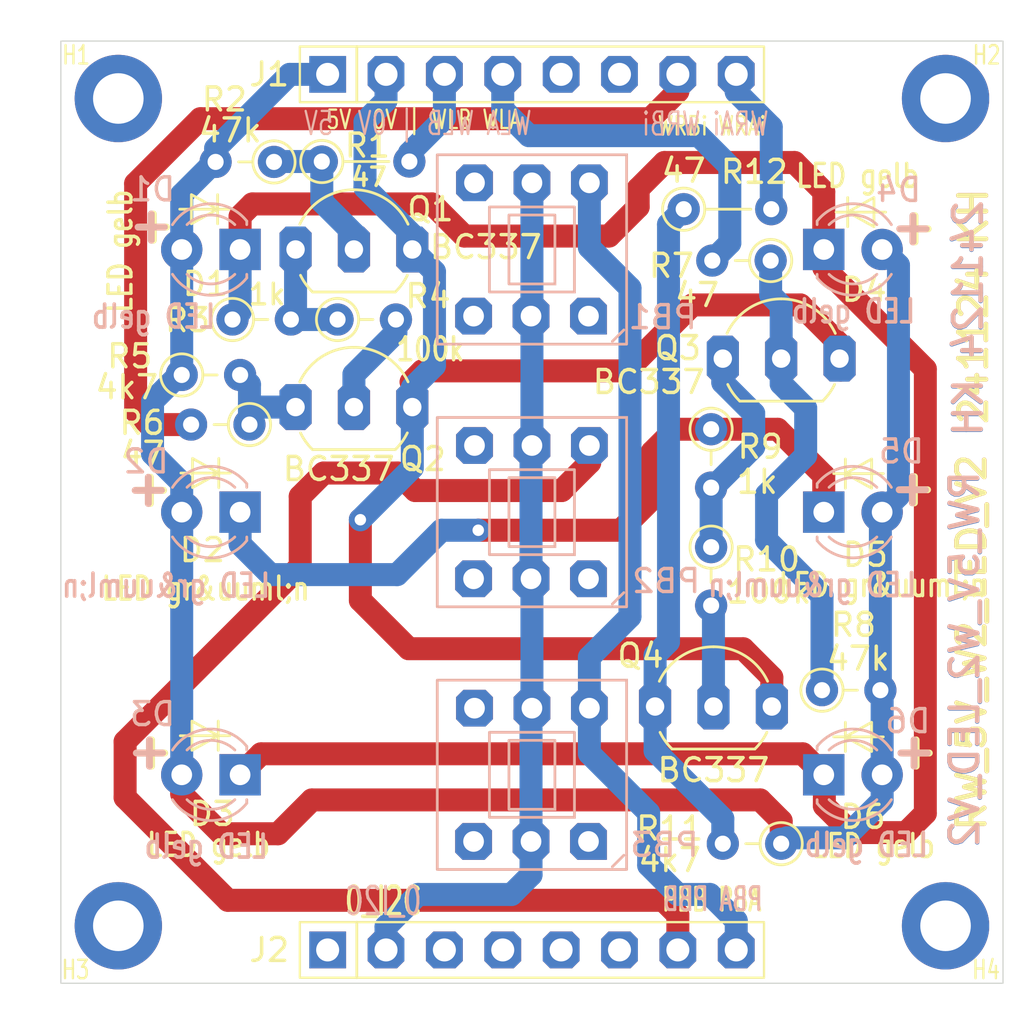
<source format=kicad_pcb>
(kicad_pcb (version 20240108) (generator "pcbnew") (generator_version "8.0")
  (layers (0 "F.Cu" signal) (31 "B.Cu" signal) (34 "B.Paste" user) (35 "F.Paste" user) (36 "B.SilkS" user "B.Silkscreen") (37 "F.SilkS" user "F.Silkscreen") (38 "B.Mask" user) (39 "F.Mask" user) (44 "Edge.Cuts" user))
  (net 0 "")
  (net 1 "Net-(D1-K)")
  (net 2 "/+5V")
  (net 3 "Net-(D2-K)")
  (net 5 "/WRBi")
  (net 6 "/WLA")
  (net 7 "/WRAi")
  (net 9 "/0V")
  (net 10 "/WLB")
  (net 14 "/PBA")
  (net 17 "/0_I2C")
  (net 18 "/PBB")
  (net 19 "Net-(Q1-B)")
  (net 20 "Net-(Q1-C)")
  (net 21 "Net-(Q2-B)")
  (net 22 "Net-(Q2-C)")
  (net 23 "Net-(Q3-C)")
  (net 24 "Net-(Q3-B)")
  (net 25 "Net-(Q4-C)")
  (net 26 "Net-(Q4-B)")
  (footprint "_kh_library:MountingHole_2.2mm_M2_Pad_TopBottom_kh" (layer "F.Cu") (at 34.07 26.45)
    (property "Reference" "H1" (at -1.8374 -1.8882 0) (layer "F.SilkS") (effects (font (size 0.8 0.6) (thickness 0.1) (bold yes))))
    (property "Value" "MountingHole")
    (pad "1" thru_hole circle (at 0 0) (size 2.6 2.6) (drill 2.2) (layers "*.Cu" "*.Mask"))
    (pad "1" connect circle (at 0 0) (size 3.8 3.8) (layers "F.Cu" "F.Mask"))
    (pad "1" connect circle (at 0 0) (size 3.8 3.8) (layers "B.Cu" "B.Mask"))
  )
  (footprint "Resistor_THT:R_Axial_DIN0204_L3.6mm_D1.6mm_P2.54mm_Vertical" (layer "F.Cu") (at 36.83 38.481)
    (property "Reference" "R5" (at -2.2606 -0.8128 0) (layer "F.SilkS"))
    (property "Value" "4k7" (at -2.3876 0.5334 0) (layer "F.SilkS"))
    (pad "1" thru_hole circle (at 0 0) (size 1.4 1.4) (drill 0.7) (layers "*.Cu" "*.Mask") (net 2 "/+5V"))
    (pad "2" thru_hole oval (at 2.54 0) (size 1.4 1.4) (drill 0.7) (layers "*.Cu" "*.Mask") (net 22 "Net-(Q2-C)"))
  )
  (footprint "_kh_library:R_Axial_DIN0204_L3.6mm_D1.6mm_P2.54mm_Vertical_kh" (layer "F.Cu") (at 59.8678 45.9732 -90)
    (property "Reference" "R10" (at 0.5342 -2.413 180) (layer "F.SilkS"))
    (property "Value" "100k")
    (pad "1" thru_hole circle (at 0 0 270) (size 1.4 1.4) (drill 0.7) (layers "*.Cu" "*.Mask") (net 23 "Net-(Q3-C)"))
    (pad "2" thru_hole oval (at 2.54 0 270) (size 1.4 1.4) (drill 0.7) (layers "*.Cu" "*.Mask") (net 26 "Net-(Q4-B)"))
  )
  (footprint "_kh_library:MountingHole_2.2mm_M2_Pad_TopBottom_kh" (layer "F.Cu") (at 34.07 62.45)
    (property "Reference" "H3" (at -1.8628 1.9136 0) (layer "F.SilkS") (effects (font (size 0.8 0.6) (thickness 0.1) (bold yes))))
    (property "Value" "MountingHole")
    (pad "1" thru_hole circle (at 0 0) (size 2.6 2.6) (drill 2.2) (layers "*.Cu" "*.Mask"))
    (pad "1" connect circle (at 0 0) (size 3.8 3.8) (layers "F.Cu" "F.Mask"))
    (pad "1" connect circle (at 0 0) (size 3.8 3.8) (layers "B.Cu" "B.Mask"))
  )
  (footprint "_kh_library:R_Axial_DIN0204_L3.6mm_D1.6mm_P3.81mm_Vertical_kh" (layer "F.Cu") (at 58.674 31.2674)
    (property "Reference" "R12" (at 3.0734 -1.6256 180) (layer "F.SilkS"))
    (property "Value" "47")
    (pad "1" thru_hole circle (at 0 0) (size 1.4 1.4) (drill 0.7) (layers "*.Cu" "*.Mask") (net 25 "Net-(Q4-C)"))
    (pad "2" thru_hole oval (at 3.81 0) (size 1.4 1.4) (drill 0.7) (layers "*.Cu" "*.Mask") (net 7 "/WRAi"))
  )
  (footprint "Resistor_THT:R_Axial_DIN0204_L3.6mm_D1.6mm_P2.54mm_Vertical" (layer "F.Cu") (at 43.611 36.068)
    (property "Reference" "R4" (at 3.9378 -1.016 0) (layer "F.SilkS"))
    (property "Value" "100k")
    (pad "1" thru_hole circle (at 0 0) (size 1.4 1.4) (drill 0.7) (layers "*.Cu" "*.Mask") (net 20 "Net-(Q1-C)"))
    (pad "2" thru_hole oval (at 2.54 0) (size 1.4 1.4) (drill 0.7) (layers "*.Cu" "*.Mask") (net 21 "Net-(Q2-B)"))
  )
  (footprint "Resistor_THT:R_Axial_DIN0204_L3.6mm_D1.6mm_P2.54mm_Vertical" (layer "F.Cu") (at 39.039 36.068)
    (property "Reference" "R3" (at -1.955 0.0254 0) (layer "F.SilkS"))
    (property "Value" "1k")
    (pad "1" thru_hole circle (at 0 0) (size 1.4 1.4) (drill 0.7) (layers "*.Cu" "*.Mask") (net 1 "Net-(D1-K)"))
    (pad "2" thru_hole oval (at 2.54 0) (size 1.4 1.4) (drill 0.7) (layers "*.Cu" "*.Mask") (net 20 "Net-(Q1-C)"))
  )
  (footprint "_kh_library:TO-92_Inline_Wide_custom" (layer "F.Cu") (at 41.783 39.878)
    (property "Reference" "Q2" (at 5.5372 2.2606 0) (layer "F.SilkS"))
    (property "Value" "BC337")
    (pad "1" thru_hole roundrect (at 0 0) (size 1.4 2) (drill 0.8) (layers "*.Cu" "*.Mask") (roundrect_rratio 0) (chamfer_ratio 0.2) (chamfer top_left top_right bottom_left bottom_right) (net 22 "Net-(Q2-C)"))
    (pad "2" thru_hole roundrect (at 2.54 0) (size 1.4 2) (drill 0.8) (layers "*.Cu" "*.Mask") (roundrect_rratio 0) (chamfer_ratio 0.2) (chamfer top_left top_right bottom_left bottom_right) (net 21 "Net-(Q2-B)"))
    (pad "3" thru_hole roundrect (at 5.08 0) (size 1.4 2) (drill 0.8) (layers "*.Cu" "*.Mask") (roundrect_rratio 0) (chamfer_ratio 0.2) (chamfer top_left top_right bottom_left bottom_right) (net 9 "/0V"))
  )
  (footprint "Resistor_THT:R_Axial_DIN0204_L3.6mm_D1.6mm_P2.54mm_Vertical" (layer "F.Cu") (at 62.9158 58.8772 180)
    (property "Reference" "R11" (at 4.8514 0.6604 180) (layer "F.SilkS"))
    (property "Value" "4k7")
    (pad "1" thru_hole circle (at 0 0 180) (size 1.4 1.4) (drill 0.7) (layers "*.Cu" "*.Mask") (net 2 "/+5V"))
    (pad "2" thru_hole oval (at 2.54 0 180) (size 1.4 1.4) (drill 0.7) (layers "*.Cu" "*.Mask") (net 25 "Net-(Q4-C)"))
  )
  (footprint "Resistor_THT:R_Axial_DIN0204_L3.6mm_D1.6mm_P2.54mm_Vertical" (layer "F.Cu") (at 40.844 29.21 180)
    (property "Reference" "R2" (at 2.1598 2.7178 0) (layer "F.SilkS"))
    (property "Value" "47k")
    (pad "1" thru_hole circle (at 0 0 180) (size 1.4 1.4) (drill 0.7) (layers "*.Cu" "*.Mask") (net 19 "Net-(Q1-B)"))
    (pad "2" thru_hole oval (at 2.54 0 180) (size 1.4 1.4) (drill 0.7) (layers "*.Cu" "*.Mask") (net 2 "/+5V"))
  )
  (footprint "_kh_library:MountingHole_2.2mm_M2_Pad_TopBottom_kh" (layer "F.Cu") (at 70.07 62.45)
    (property "Reference" "H4" (at 1.7612 1.9136 0) (layer "F.SilkS") (effects (font (size 0.8 0.6) (thickness 0.1) (bold yes))))
    (property "Value" "MountingHole")
    (pad "1" thru_hole circle (at 0 0) (size 2.6 2.6) (drill 2.2) (layers "*.Cu" "*.Mask"))
    (pad "1" connect circle (at 0 0) (size 3.8 3.8) (layers "F.Cu" "F.Mask"))
    (pad "1" connect circle (at 0 0) (size 3.8 3.8) (layers "B.Cu" "B.Mask"))
  )
  (footprint "Resistor_THT:R_Axial_DIN0204_L3.6mm_D1.6mm_P2.54mm_Vertical" (layer "F.Cu") (at 59.8678 40.8424 -90)
    (property "Reference" "R9" (at 0.7628 -2.1336 180) (layer "F.SilkS"))
    (property "Value" "1k" (at 2.2868 -2.0066 180) (layer "F.SilkS"))
    (pad "1" thru_hole circle (at 0 0 270) (size 1.4 1.4) (drill 0.7) (layers "*.Cu" "*.Mask") (net 3 "Net-(D2-K)"))
    (pad "2" thru_hole oval (at 2.54 0 270) (size 1.4 1.4) (drill 0.7) (layers "*.Cu" "*.Mask") (net 23 "Net-(Q3-C)"))
  )
  (footprint "Resistor_THT:R_Axial_DIN0204_L3.6mm_D1.6mm_P2.54mm_Vertical" (layer "F.Cu") (at 64.693 52.197)
    (property "Reference" "R8" (at 1.3724 -2.8448 0) (layer "F.SilkS"))
    (property "Value" "47k")
    (pad "1" thru_hole circle (at 0 0) (size 1.4 1.4) (drill 0.7) (layers "*.Cu" "*.Mask") (net 24 "Net-(Q3-B)"))
    (pad "2" thru_hole oval (at 2.54 0) (size 1.4 1.4) (drill 0.7) (layers "*.Cu" "*.Mask") (net 2 "/+5V"))
  )
  (footprint "Resistor_THT:R_Axial_DIN0204_L3.6mm_D1.6mm_P2.54mm_Vertical" (layer "F.Cu") (at 39.7772 40.64 180)
    (property "Reference" "R6" (at 4.6744 0.0762 0) (layer "F.SilkS"))
    (property "Value" "47")
    (pad "1" thru_hole circle (at 0 0 180) (size 1.4 1.4) (drill 0.7) (layers "*.Cu" "*.Mask") (net 22 "Net-(Q2-C)"))
    (pad "2" thru_hole oval (at 2.54 0 180) (size 1.4 1.4) (drill 0.7) (layers "*.Cu" "*.Mask") (net 5 "/WRBi"))
  )
  (footprint "_kh_library:R_Axial_DIN0204_L3.6mm_D1.6mm_P3.81mm_Vertical_kh" (layer "F.Cu") (at 42.926 29.193)
    (property "Reference" "R1" (at 1.9812 -0.6942 0) (layer "F.SilkS"))
    (property "Value" "47")
    (pad "1" thru_hole circle (at 0 0) (size 1.4 1.4) (drill 0.7) (layers "*.Cu" "*.Mask") (net 19 "Net-(Q1-B)"))
    (pad "2" thru_hole oval (at 3.81 0) (size 1.4 1.4) (drill 0.7) (layers "*.Cu" "*.Mask") (net 10 "/WLB"))
  )
  (footprint "_kh_library:TO-92_Inline_Wide_custom" (layer "F.Cu") (at 57.4294 52.9082)
    (property "Reference" "Q4" (at -0.635 -2.2098 0) (layer "F.SilkS"))
    (property "Value" "BC337")
    (pad "1" thru_hole roundrect (at 0 0) (size 1.4 2) (drill 0.8) (layers "*.Cu" "*.Mask") (roundrect_rratio 0) (chamfer_ratio 0.2) (chamfer top_left top_right bottom_left bottom_right) (net 25 "Net-(Q4-C)"))
    (pad "2" thru_hole roundrect (at 2.54 0) (size 1.4 2) (drill 0.8) (layers "*.Cu" "*.Mask") (roundrect_rratio 0) (chamfer_ratio 0.2) (chamfer top_left top_right bottom_left bottom_right) (net 26 "Net-(Q4-B)"))
    (pad "3" thru_hole roundrect (at 5.08 0) (size 1.4 2) (drill 0.8) (layers "*.Cu" "*.Mask") (roundrect_rratio 0) (chamfer_ratio 0.2) (chamfer top_left top_right bottom_left bottom_right) (net 9 "/0V"))
  )
  (footprint "_kh_library:PinSocket_1x08_P2.54mm_Vertical_kh" (layer "F.Cu") (at 43.18 25.4 90)
    (property "Reference" "J1" (at 0 -2.54 180) (layer "F.SilkS"))
    (property "Value" "Conn_01x08_Pin")
    (pad "1" thru_hole rect (at 0 0 90) (size 1.6 1.6) (drill 1) (layers "*.Cu" "*.Mask") (net 2 "/+5V"))
    (pad "2" thru_hole roundrect (at 0 2.54 90) (size 1.6 1.6) (drill 1) (layers "*.Cu" "*.Mask") (roundrect_rratio 0) (chamfer_ratio 0.2) (chamfer top_left top_right bottom_left bottom_right) (net 9 "/0V"))
    (pad "3" thru_hole roundrect (at 0 5.08 90) (size 1.6 1.6) (drill 1) (layers "*.Cu" "*.Mask") (roundrect_rratio 0) (chamfer_ratio 0.2) (chamfer top_left top_right bottom_left bottom_right) (net 10 "/WLB"))
    (pad "4" thru_hole roundrect (at 0 7.62 90) (size 1.6 1.6) (drill 1) (layers "*.Cu" "*.Mask") (roundrect_rratio 0) (chamfer_ratio 0.2) (chamfer top_left top_right bottom_left bottom_right) (net 6 "/WLA"))
    (pad "5" thru_hole roundrect (at 0 10.16 90) (size 1.6 1.6) (drill 1) (layers "*.Cu" "*.Mask") (roundrect_rratio 0) (chamfer_ratio 0.2) (chamfer top_left top_right bottom_left bottom_right))
    (pad "6" thru_hole roundrect (at 0 12.7 90) (size 1.6 1.6) (drill 1) (layers "*.Cu" "*.Mask") (roundrect_rratio 0) (chamfer_ratio 0.2) (chamfer top_left top_right bottom_left bottom_right))
    (pad "7" thru_hole roundrect (at 0 15.24 90) (size 1.6 1.6) (drill 1) (layers "*.Cu" "*.Mask") (roundrect_rratio 0) (chamfer_ratio 0.2) (chamfer top_left top_right bottom_left bottom_right) (net 5 "/WRBi"))
    (pad "8" thru_hole roundrect (at 0 17.78 90) (size 1.6 1.6) (drill 1) (layers "*.Cu" "*.Mask") (roundrect_rratio 0) (chamfer_ratio 0.2) (chamfer top_left top_right bottom_left bottom_right) (net 7 "/WRAi"))
  )
  (footprint "_kh_library:TO-92_Inline_Wide_custom" (layer "F.Cu") (at 41.783 33.02)
    (property "Reference" "Q1" (at 5.8674 -1.7526 0) (layer "F.SilkS"))
    (property "Value" "BC337")
    (pad "1" thru_hole roundrect (at 0 0) (size 1.4 2) (drill 0.8) (layers "*.Cu" "*.Mask") (roundrect_rratio 0) (chamfer_ratio 0.2) (chamfer top_left top_right bottom_left bottom_right) (net 20 "Net-(Q1-C)"))
    (pad "2" thru_hole roundrect (at 2.54 0) (size 1.4 2) (drill 0.8) (layers "*.Cu" "*.Mask") (roundrect_rratio 0) (chamfer_ratio 0.2) (chamfer top_left top_right bottom_left bottom_right) (net 19 "Net-(Q1-B)"))
    (pad "3" thru_hole roundrect (at 5.08 0) (size 1.4 2) (drill 0.8) (layers "*.Cu" "*.Mask") (roundrect_rratio 0) (chamfer_ratio 0.2) (chamfer top_left top_right bottom_left bottom_right) (net 9 "/0V"))
  )
  (footprint "_kh_library:R_Axial_DIN0204_L3.6mm_D1.6mm_P2.54mm_Vertical_kh" (layer "F.Cu") (at 62.4586 33.5026 180)
    (property "Reference" "R7" (at 4.318 -0.2286 0) (layer "F.SilkS"))
    (property "Value" "47")
    (pad "1" thru_hole circle (at 0 0 180) (size 1.4 1.4) (drill 0.7) (layers "*.Cu" "*.Mask") (net 24 "Net-(Q3-B)"))
    (pad "2" thru_hole oval (at 2.54 0 180) (size 1.4 1.4) (drill 0.7) (layers "*.Cu" "*.Mask") (net 6 "/WLA"))
  )
  (footprint "_kh_library:MountingHole_2.2mm_M2_Pad_TopBottom_kh" (layer "F.Cu") (at 70.07 26.45)
    (property "Reference" "H2" (at 1.7866 -1.8882 0) (layer "F.SilkS") (effects (font (size 0.8 0.6) (thickness 0.1) (bold yes))))
    (property "Value" "MountingHole")
    (pad "1" thru_hole circle (at 0 0) (size 2.6 2.6) (drill 2.2) (layers "*.Cu" "*.Mask"))
    (pad "1" connect circle (at 0 0) (size 3.8 3.8) (layers "F.Cu" "F.Mask"))
    (pad "1" connect circle (at 0 0) (size 3.8 3.8) (layers "B.Cu" "B.Mask"))
  )
  (footprint "_kh_library:PinSocket_1x08_P2.54mm_Vertical_kh" (layer "F.Cu") (at 43.18 63.5 90)
    (property "Reference" "J2" (at 0 -2.54 180) (layer "F.SilkS"))
    (property "Value" "Conn_01x08_Pin")
    (pad "1" thru_hole rect (at 0 0 90) (size 1.6 1.6) (drill 1) (layers "*.Cu" "*.Mask"))
    (pad "2" thru_hole roundrect (at 0 2.54 90) (size 1.6 1.6) (drill 1) (layers "*.Cu" "*.Mask") (roundrect_rratio 0) (chamfer_ratio 0.2) (chamfer top_left top_right bottom_left bottom_right) (net 17 "/0_I2C"))
    (pad "3" thru_hole roundrect (at 0 5.08 90) (size 1.6 1.6) (drill 1) (layers "*.Cu" "*.Mask") (roundrect_rratio 0) (chamfer_ratio 0.2) (chamfer top_left top_right bottom_left bottom_right))
    (pad "4" thru_hole roundrect (at 0 7.62 90) (size 1.6 1.6) (drill 1) (layers "*.Cu" "*.Mask") (roundrect_rratio 0) (chamfer_ratio 0.2) (chamfer top_left top_right bottom_left bottom_right))
    (pad "5" thru_hole roundrect (at 0 10.16 90) (size 1.6 1.6) (drill 1) (layers "*.Cu" "*.Mask") (roundrect_rratio 0) (chamfer_ratio 0.2) (chamfer top_left top_right bottom_left bottom_right))
    (pad "6" thru_hole roundrect (at 0 12.7 90) (size 1.6 1.6) (drill 1) (layers "*.Cu" "*.Mask") (roundrect_rratio 0) (chamfer_ratio 0.2) (chamfer top_left top_right bottom_left bottom_right))
    (pad "7" thru_hole roundrect (at 0 15.24 90) (size 1.6 1.6) (drill 1) (layers "*.Cu" "*.Mask") (roundrect_rratio 0) (chamfer_ratio 0.2) (chamfer top_left top_right bottom_left bottom_right) (net 18 "/PBB"))
    (pad "8" thru_hole roundrect (at 0 17.78 90) (size 1.6 1.6) (drill 1) (layers "*.Cu" "*.Mask") (roundrect_rratio 0) (chamfer_ratio 0.2) (chamfer top_left top_right bottom_left bottom_right) (net 14 "/PBA"))
  )
  (footprint "_kh_library:TO-92_Inline_Wide_custom" (layer "F.Cu") (at 60.3758 37.7698)
    (property "Reference" "Q3" (at -1.9558 -0.4572 0) (layer "F.SilkS"))
    (property "Value" "BC337")
    (pad "1" thru_hole roundrect (at 0 0) (size 1.4 2) (drill 0.8) (layers "*.Cu" "*.Mask") (roundrect_rratio 0) (chamfer_ratio 0.2) (chamfer top_left top_right bottom_left bottom_right) (net 23 "Net-(Q3-C)"))
    (pad "2" thru_hole roundrect (at 2.54 0) (size 1.4 2) (drill 0.8) (layers "*.Cu" "*.Mask") (roundrect_rratio 0) (chamfer_ratio 0.2) (chamfer top_left top_right bottom_left bottom_right) (net 24 "Net-(Q3-B)"))
    (pad "3" thru_hole roundrect (at 5.08 0) (size 1.4 2) (drill 0.8) (layers "*.Cu" "*.Mask") (roundrect_rratio 0) (chamfer_ratio 0.2) (chamfer top_left top_right bottom_left bottom_right) (net 9 "/0V"))
  )
  (footprint "LED_THT:LED_D3.0mm" (layer "B.Cu") (at 39.37 33.02 180)
    (property "Reference" "D1" (at 3.81 2.6162 0) (layer "B.SilkS") (effects (justify mirror)))
    (property "Value" "LED gelb")
    (pad "1" thru_hole rect (at 0 0 180) (size 1.8 1.8) (drill 0.9) (layers "*.Cu" "*.Mask") (net 1 "Net-(D1-K)"))
    (pad "2" thru_hole circle (at 2.54 0 180) (size 1.8 1.8) (drill 0.9) (layers "*.Cu" "*.Mask") (net 2 "/+5V"))
  )
  (footprint "_kh_library:SW_Push_DPDT_8x8" (layer "B.Cu") (at 54.57 35.92 180)
    (property "Reference" "PB1" (at -3.1896 -0.0464 0) (layer "B.SilkS") (effects (justify mirror)))
    (property "Value" "SW_Push_DPDT_8x8")
    (pad "1" thru_hole roundrect (at 0.04 0 180) (size 1.6 1.6) (drill 0.9) (layers "*.Cu" "*.Mask") (roundrect_rratio 0) (chamfer_ratio 0.2) (chamfer top_right bottom_left bottom_right))
    (pad "2" thru_hole roundrect (at 2.54 0 180) (size 1.6 1.6) (drill 0.9) (layers "*.Cu" "*.Mask") (roundrect_rratio 0) (chamfer_ratio 0.2) (chamfer top_left top_right bottom_left bottom_right) (net 17 "/0_I2C"))
    (pad "3" thru_hole roundrect (at 5.04 0 180) (size 1.6 1.6) (drill 0.9) (layers "*.Cu" "*.Mask") (roundrect_rratio 0) (chamfer_ratio 0.2) (chamfer top_left top_right bottom_left bottom_right))
    (pad "4" thru_hole roundrect (at 5 5.8 180) (size 1.6 1.6) (drill 0.9) (layers "*.Cu" "*.Mask") (roundrect_rratio 0) (chamfer_ratio 0.2) (chamfer top_left top_right bottom_left bottom_right))
    (pad "5" thru_hole roundrect (at 2.5 5.8 180) (size 1.6 1.6) (drill 0.9) (layers "*.Cu" "*.Mask") (roundrect_rratio 0) (chamfer_ratio 0.2) (chamfer top_left top_right bottom_left bottom_right) (net 17 "/0_I2C"))
    (pad "6" thru_hole roundrect (at 0 5.8 180) (size 1.6 1.6) (drill 0.9) (layers "*.Cu" "*.Mask") (roundrect_rratio 0) (chamfer_ratio 0.2) (chamfer top_left top_right bottom_left bottom_right) (net 14 "/PBA"))
  )
  (footprint "_kh_library:SW_Push_DPDT_8x8" (layer "B.Cu") (at 54.57 58.78 180)
    (property "Reference" "PB3" (at -3.2658 -0.148 0) (layer "B.SilkS") (effects (justify mirror)))
    (property "Value" "SW_Push_DPDT_8x8")
    (pad "1" thru_hole roundrect (at 0.04 0 180) (size 1.6 1.6) (drill 0.9) (layers "*.Cu" "*.Mask") (roundrect_rratio 0) (chamfer_ratio 0.2) (chamfer top_right bottom_left bottom_right))
    (pad "2" thru_hole roundrect (at 2.54 0 180) (size 1.6 1.6) (drill 0.9) (layers "*.Cu" "*.Mask") (roundrect_rratio 0) (chamfer_ratio 0.2) (chamfer top_left top_right bottom_left bottom_right) (net 17 "/0_I2C"))
    (pad "3" thru_hole roundrect (at 5.04 0 180) (size 1.6 1.6) (drill 0.9) (layers "*.Cu" "*.Mask") (roundrect_rratio 0) (chamfer_ratio 0.2) (chamfer top_left top_right bottom_left bottom_right))
    (pad "4" thru_hole roundrect (at 5 5.8 180) (size 1.6 1.6) (drill 0.9) (layers "*.Cu" "*.Mask") (roundrect_rratio 0) (chamfer_ratio 0.2) (chamfer top_left top_right bottom_left bottom_right))
    (pad "5" thru_hole roundrect (at 2.5 5.8 180) (size 1.6 1.6) (drill 0.9) (layers "*.Cu" "*.Mask") (roundrect_rratio 0) (chamfer_ratio 0.2) (chamfer top_left top_right bottom_left bottom_right) (net 17 "/0_I2C"))
    (pad "6" thru_hole roundrect (at 0 5.8 180) (size 1.6 1.6) (drill 0.9) (layers "*.Cu" "*.Mask") (roundrect_rratio 0) (chamfer_ratio 0.2) (chamfer top_left top_right bottom_left bottom_right) (net 14 "/PBA"))
  )
  (footprint "LED_THT:LED_D3.0mm" (layer "B.Cu") (at 39.37 44.45 180)
    (property "Reference" "D2" (at 4.0894 2.2098 0) (layer "B.SilkS") (effects (justify mirror)))
    (property "Value" "LED gr&uuml;n")
    (pad "1" thru_hole rect (at 0 0 180) (size 1.8 1.8) (drill 0.9) (layers "*.Cu" "*.Mask") (net 3 "Net-(D2-K)"))
    (pad "2" thru_hole circle (at 2.54 0 180) (size 1.8 1.8) (drill 0.9) (layers "*.Cu" "*.Mask") (net 2 "/+5V"))
  )
  (footprint "LED_THT:LED_D3.0mm" (layer "B.Cu") (at 64.77 33.02)
    (property "Reference" "D4" (at 3.2512 -2.5908 0) (layer "B.SilkS") (effects (justify mirror)))
    (property "Value" "LED gelb")
    (pad "1" thru_hole rect (at 0 0) (size 1.8 1.8) (drill 0.9) (layers "*.Cu" "*.Mask") (net 1 "Net-(D1-K)"))
    (pad "2" thru_hole circle (at 2.54 0) (size 1.8 1.8) (drill 0.9) (layers "*.Cu" "*.Mask") (net 2 "/+5V"))
  )
  (footprint "LED_THT:LED_D3.0mm" (layer "B.Cu") (at 64.77 55.88)
    (property "Reference" "D6" (at 3.6576 -2.3368 0) (layer "B.SilkS") (effects (justify mirror)))
    (property "Value" "LED gelb")
    (pad "1" thru_hole rect (at 0 0) (size 1.8 1.8) (drill 0.9) (layers "*.Cu" "*.Mask") (net 1 "Net-(D1-K)"))
    (pad "2" thru_hole circle (at 2.54 0) (size 1.8 1.8) (drill 0.9) (layers "*.Cu" "*.Mask") (net 2 "/+5V"))
  )
  (footprint "_kh_library:SW_Push_DPDT_8x8" (layer "B.Cu") (at 54.57 47.35 180)
    (property "Reference" "PB2" (at -3.342 -0.0972 0) (layer "B.SilkS") (effects (justify mirror)))
    (property "Value" "SW_Push_DPDT_8x8")
    (pad "1" thru_hole roundrect (at 0.04 0 180) (size 1.6 1.6) (drill 0.9) (layers "*.Cu" "*.Mask") (roundrect_rratio 0) (chamfer_ratio 0.2) (chamfer top_right bottom_left bottom_right))
    (pad "2" thru_hole roundrect (at 2.54 0 180) (size 1.6 1.6) (drill 0.9) (layers "*.Cu" "*.Mask") (roundrect_rratio 0) (chamfer_ratio 0.2) (chamfer top_left top_right bottom_left bottom_right) (net 17 "/0_I2C"))
    (pad "3" thru_hole roundrect (at 5.04 0 180) (size 1.6 1.6) (drill 0.9) (layers "*.Cu" "*.Mask") (roundrect_rratio 0) (chamfer_ratio 0.2) (chamfer top_left top_right bottom_left bottom_right))
    (pad "4" thru_hole roundrect (at 5 5.8 180) (size 1.6 1.6) (drill 0.9) (layers "*.Cu" "*.Mask") (roundrect_rratio 0) (chamfer_ratio 0.2) (chamfer top_left top_right bottom_left bottom_right))
    (pad "5" thru_hole roundrect (at 2.5 5.8 180) (size 1.6 1.6) (drill 0.9) (layers "*.Cu" "*.Mask") (roundrect_rratio 0) (chamfer_ratio 0.2) (chamfer top_left top_right bottom_left bottom_right) (net 17 "/0_I2C"))
    (pad "6" thru_hole roundrect (at 0 5.8 180) (size 1.6 1.6) (drill 0.9) (layers "*.Cu" "*.Mask") (roundrect_rratio 0) (chamfer_ratio 0.2) (chamfer top_left top_right bottom_left bottom_right) (net 18 "/PBB"))
  )
  (footprint "LED_THT:LED_D3.0mm" (layer "B.Cu") (at 39.37 55.88 180)
    (property "Reference" "D3" (at 3.81 2.6416 0) (layer "B.SilkS") (effects (justify mirror)))
    (property "Value" "LED gelb")
    (pad "1" thru_hole rect (at 0 0 180) (size 1.8 1.8) (drill 0.9) (layers "*.Cu" "*.Mask") (net 1 "Net-(D1-K)"))
    (pad "2" thru_hole circle (at 2.54 0 180) (size 1.8 1.8) (drill 0.9) (layers "*.Cu" "*.Mask") (net 2 "/+5V"))
  )
  (footprint "LED_THT:LED_D3.0mm" (layer "B.Cu") (at 64.77 44.45)
    (property "Reference" "D5" (at 3.3782 -2.6416 0) (layer "B.SilkS") (effects (justify mirror)))
    (property "Value" "LED gr&uuml;n")
    (pad "1" thru_hole rect (at 0 0) (size 1.8 1.8) (drill 0.9) (layers "*.Cu" "*.Mask") (net 3 "Net-(D2-K)"))
    (pad "2" thru_hole circle (at 2.54 0) (size 1.8 1.8) (drill 0.9) (layers "*.Cu" "*.Mask") (net 2 "/+5V"))
  )
  (gr_poly (pts (xy 65.7098 54.229) (xy 66.8528 54.864) (xy 66.8528 53.594)) (stroke (width 0.12)) (fill none) (layer "F.SilkS"))
  (gr_line (start 36.7919 42.7482) (end 38.9509 42.7482) (stroke (width 0.12)) (layer "F.SilkS"))
  (gr_line (start 65.8114 32.0294) (end 65.8114 30.7594) (stroke (width 0.12)) (layer "F.SilkS"))
  (gr_line (start 38.4429 42.1132) (end 38.4429 43.3832) (stroke (width 0.12)) (layer "F.SilkS"))
  (gr_line (start 36.7665 54.1782) (end 38.9255 54.1782) (stroke (width 0.12)) (layer "F.SilkS"))
  (gr_line (start 67.3608 54.229) (end 65.2018 54.229) (stroke (width 0.12)) (layer "F.SilkS"))
  (gr_poly (pts (xy 38.4175 54.1782) (xy 37.2745 53.5432) (xy 37.2745 54.8132)) (stroke (width 0.12)) (fill none) (layer "F.SilkS"))
  (gr_line (start 38.4175 53.5432) (end 38.4175 54.8132) (stroke (width 0.12)) (layer "F.SilkS"))
  (gr_line (start 65.7098 54.864) (end 65.7098 53.594) (stroke (width 0.12)) (layer "F.SilkS"))
  (gr_line (start 65.7098 43.4086) (end 65.7098 42.1386) (stroke (width 0.12)) (layer "F.SilkS"))
  (gr_line (start 67.3608 42.7736) (end 65.2018 42.7736) (stroke (width 0.12)) (layer "F.SilkS"))
  (gr_poly (pts (xy 65.8114 31.3944) (xy 66.9544 32.0294) (xy 66.9544 30.7594)) (stroke (width 0.12)) (fill none) (layer "F.SilkS"))
  (gr_poly (pts (xy 38.4429 42.7482) (xy 37.2999 42.1132) (xy 37.2999 43.3832)) (stroke (width 0.12)) (fill none) (layer "F.SilkS"))
  (gr_line (start 36.7411 31.2674) (end 38.9001 31.2674) (stroke (width 0.12)) (layer "F.SilkS"))
  (gr_line (start 38.3921 30.6324) (end 38.3921 31.9024) (stroke (width 0.12)) (layer "F.SilkS"))
  (gr_line (start 67.4624 31.3944) (end 65.3034 31.3944) (stroke (width 0.12)) (layer "F.SilkS"))
  (gr_poly (pts (xy 65.7098 42.7736) (xy 66.8528 43.4086) (xy 66.8528 42.1386)) (stroke (width 0.12)) (fill none) (layer "F.SilkS"))
  (gr_poly (pts (xy 38.3921 31.2674) (xy 37.2491 30.6324) (xy 37.2491 31.9024)) (stroke (width 0.12)) (fill none) (layer "F.SilkS"))
  (gr_rect (start 31.57 23.95) (end 72.57 64.95) (stroke (width 0.05)) (fill none) (layer "Edge.Cuts"))
  (gr_text "RW_5V_W2_LED_V2" (at 71.9074 58.42 90) (layer "F.Cu") (effects (font (size 1.2 1.2) (thickness 0.2) (bold yes)) (justify left bottom)))
  (gr_text "241124 KH" (at 71.9836 40.7416 90) (layer "F.Cu") (effects (font (size 1.2 1.2) (thickness 0.2) (bold yes)) (justify left bottom)))
  (gr_text "RW_5V_W2_LED_V2" (at 71.6026 42.5704 90) (layer "B.Cu") (effects (font (size 1.2 1.2) (thickness 0.2) (bold yes)) (justify left bottom mirror)))
  (gr_text "241124 KH" (at 71.755 30.7848 90) (layer "B.Cu") (effects (font (size 1.2 1.2) (thickness 0.2) (bold yes)) (justify left bottom mirror)))
  (gr_text "+" (at 69.7738 32.893 0) (layer "B.SilkS") (effects (font (size 1.5 1.5) (thickness 0.3) (bold yes)) (justify left bottom mirror)))
  (gr_text "LED gelb" (at 38.3794 36.5252 0) (layer "B.SilkS") (effects (font (size 1 0.8) (thickness 0.16) (bold yes)) (justify left bottom mirror)))
  (gr_text "+" (at 36.4998 44.2722 0) (layer "B.SilkS") (effects (font (size 1.5 1.5) (thickness 0.3) (bold yes)) (justify left bottom mirror)))
  (gr_text "+" (at 69.7484 44.2468 0) (layer "B.SilkS") (effects (font (size 1.5 1.5) (thickness 0.3) (bold yes)) (justify left bottom mirror)))
  (gr_text "PBA PBB" (at 62.1792 61.8744 0) (layer "B.SilkS") (effects (font (size 1 0.65) (thickness 0.13) (bold yes)) (justify left bottom mirror)))
  (gr_text "LED gelb" (at 68.834 36.2966 0) (layer "B.SilkS") (effects (font (size 1 0.8) (thickness 0.16) (bold yes)) (justify left bottom mirror)))
  (gr_text "+" (at 36.6268 32.8168 0) (layer "B.SilkS") (effects (font (size 1.5 1.5) (thickness 0.3) (bold yes)) (justify left bottom mirror)))
  (gr_text "LED gelb" (at 40.6654 59.5884 0) (layer "B.SilkS") (effects (font (size 1 0.8) (thickness 0.16) (bold yes)) (justify left bottom mirror)))
  (gr_text "LED gr&uuml;n" (at 40.767 48.2346 0) (layer "B.SilkS") (effects (font (size 1 0.8) (thickness 0.16) (bold yes)) (justify left bottom mirror)))
  (gr_text "LED gr&uuml;n" (at 68.8848 48.2092 0) (layer "B.SilkS") (effects (font (size 1 0.8) (thickness 0.16) (bold yes)) (justify left bottom mirror)))
  (gr_text "+" (at 36.5506 55.7022 0) (layer "B.SilkS") (effects (font (size 1.5 1.5) (thickness 0.3) (bold yes)) (justify left bottom mirror)))
  (gr_text "LED gelb" (at 69.3928 59.5122 0) (layer "B.SilkS") (effects (font (size 1 0.8) (thickness 0.16) (bold yes)) (justify left bottom mirror)))
  (gr_text "241124 KH" (at 71.755 30.7594 90) (layer "B.SilkS") (effects (font (size 1.2 1.2) (thickness 0.2) (bold yes)) (justify left bottom mirror)))
  (gr_text "WLA WLB | 0V  5V" (at 52.1208 28.1178 0) (layer "B.SilkS") (effects (font (size 1 0.7) (thickness 0.1)) (justify left bottom mirror)))
  (gr_text "+" (at 69.8246 55.7022 0) (layer "B.SilkS") (effects (font (size 1.5 1.5) (thickness 0.3) (bold yes)) (justify left bottom mirror)))
  (gr_text "0_I2C" (at 47.3456 62.0776 0) (layer "B.SilkS") (effects (font (size 1.2 0.8) (thickness 0.13) (bold yes)) (justify left bottom mirror)))
  (gr_text "RW_5V_W2_LED_V2" (at 71.6026 42.545 90) (layer "B.SilkS") (effects (font (size 1.2 1.2) (thickness 0.2) (bold yes)) (justify left bottom mirror)))
  (gr_text "WRAi WRBi" (at 62.4332 28.1432 0) (layer "B.SilkS") (effects (font (size 1 0.7) (thickness 0.1)) (justify left bottom mirror)))
  (gr_text "BC337" (at 57.15 38.7858 0) (layer "F.SilkS") (effects (font (size 1 1))))
  (gr_text "RW_5V_W2_LED_V2" (at 71.9074 58.42 90) (layer "F.SilkS") (effects (font (size 1.2 1.2) (thickness 0.2) (bold yes)) (justify left bottom)))
  (gr_text "47k" (at 66.2686 50.8254 0) (layer "F.SilkS") (effects (font (size 1 1))))
  (gr_text "+" (at 34.3916 55.7022 0) (layer "F.SilkS") (effects (font (size 1.5 1.5) (thickness 0.3) (bold yes)) (justify left bottom)))
  (gr_text "LED gelb" (at 66.929 58.9788 0) (layer "F.SilkS") (effects (font (size 1 0.8))))
  (gr_text "+" (at 67.6656 55.7022 0) (layer "F.SilkS") (effects (font (size 1.5 1.5) (thickness 0.3) (bold yes)) (justify left bottom)))
  (gr_text "LED gr&uuml;n" (at 67.3354 47.625 0) (layer "F.SilkS") (effects (font (size 1 0.8))))
  (gr_text "D5" (at 65.5066 46.8884 0) (layer "F.SilkS") (effects (font (size 1 1)) (justify left bottom)))
  (gr_text "47" (at 59.2582 35.0012 0) (layer "F.SilkS") (effects (font (size 1 1))))
  (gr_text "1k" (at 40.5384 34.9758 0) (layer "F.SilkS") (effects (font (size 0.9 0.9))))
  (gr_text "+" (at 67.5894 44.2468 0) (layer "F.SilkS") (effects (font (size 1.5 1.5) (thickness 0.3) (bold yes)) (justify left bottom)))
  (gr_text "BC337" (at 50.0634 32.9184 0) (layer "F.SilkS") (effects (font (size 1 1))))
  (gr_text "47" (at 35.1282 41.91 0) (layer "F.SilkS") (effects (font (size 1 1))))
  (gr_text "D4" (at 65.4558 35.3568 0) (layer "F.SilkS") (effects (font (size 1 1)) (justify left bottom)))
  (gr_text "D3" (at 37.084 58.166 0) (layer "F.SilkS") (effects (font (size 1 1)) (justify left bottom)))
  (gr_text "BC337" (at 59.9694 55.6768 0) (layer "F.SilkS") (effects (font (size 1 1))))
  (gr_text "5V  0V | WLB WLA" (at 43.053 27.8384 0) (layer "F.SilkS") (effects (font (size 0.8 0.6) (thickness 0.1)) (justify left bottom)))
  (gr_text "100k" (at 62.3824 47.9044 0) (layer "F.SilkS") (effects (font (size 1 1))))
  (gr_text "LED gelb" (at 66.2432 29.8196 0) (layer "F.SilkS") (effects (font (size 1 0.8))))
  (gr_text "LED gelb" (at 34.163 33.0962 90) (layer "F.SilkS") (effects (font (size 1 0.8))))
  (gr_text "D2" (at 36.6522 46.6852 0) (layer "F.SilkS") (effects (font (size 1 1)) (justify left bottom)))
  (gr_text "47k" (at 38.9382 27.8384 0) (layer "F.SilkS") (effects (font (size 1 1))))
  (gr_text "4k7" (at 58.0644 59.5884 0) (layer "F.SilkS") (effects (font (size 1 1))))
  (gr_text "LED gelb" (at 37.9984 58.928 0) (layer "F.SilkS") (effects (font (size 1 0.8))))
  (gr_text "47" (at 58.674 29.591 0) (layer "F.SilkS") (effects (font (size 1 1))))
  (gr_text "+" (at 67.6148 32.893 0) (layer "F.SilkS") (effects (font (size 1.5 1.5) (thickness 0.3) (bold yes)) (justify left bottom)))
  (gr_text "241124 KH" (at 71.9836 40.7416 90) (layer "F.SilkS") (effects (font (size 1.2 1.2) (thickness 0.2) (bold yes)) (justify left bottom)))
  (gr_text "0_I2C" (at 43.8404 62.0776 0) (layer "F.SilkS") (effects (font (size 1.2 0.8) (thickness 0.16) (bold yes)) (justify left bottom)))
  (gr_text "D6" (at 65.405 58.293 0) (layer "F.SilkS") (effects (font (size 1 1)) (justify left bottom)))
  (gr_text "PBB PBA" (at 57.658 61.8998 0) (layer "F.SilkS") (effects (font (size 1 0.65) (thickness 0.13) (bold yes)) (justify left bottom)))
  (gr_text "47" (at 44.9834 29.8704 0) (layer "F.SilkS") (effects (font (size 0.8 0.8))))
  (gr_text "+" (at 34.3408 44.2722 0) (layer "F.SilkS") (effects (font (size 1.5 1.5) (thickness 0.3) (bold yes)) (justify left bottom)))
  (gr_text "D1" (at 36.7792 35.1028 0) (layer "F.SilkS") (effects (font (size 1 1)) (justify left bottom)))
  (gr_text "BC337" (at 43.6626 42.5704 0) (layer "F.SilkS") (effects (font (size 1 1))))
  (gr_text "+" (at 34.4678 32.8168 0) (layer "F.SilkS") (effects (font (size 1.5 1.5) (thickness 0.3) (bold yes)) (justify left bottom)))
  (gr_text "100k" (at 47.6504 37.3634 0) (layer "F.SilkS") (effects (font (size 1 0.8))))
  (gr_text "WRBi WRAi" (at 57.4802 28.1178 0) (layer "F.SilkS") (effects (font (size 0.8 0.6) (thickness 0.1)) (justify left bottom)))
  (gr_text "LED gr&uuml;n" (at 37.8714 47.7774 0) (layer "F.SilkS") (effects (font (size 1 0.8))))
  (segment (start 64.7954 57.2262) (end 65.9638 58.3946) (width 1) (layer "F.Cu") (net 1))
  (segment (start 39.9034 31.0388) (end 47.7266 31.0388) (width 1) (layer "F.Cu") (net 1))
  (segment (start 39.37 33.02) (end 39.37 31.5722) (width 1) (layer "F.Cu") (net 1))
  (segment (start 64.7954 55.9054) (end 64.7954 57.2262) (width 1) (layer "F.Cu") (net 1))
  (segment (start 57.8358 29.2354) (end 63.5 29.2354) (width 1) (layer "F.Cu") (net 1))
  (segment (start 64.77 30.5054) (end 64.77 33.02) (width 1) (layer "F.Cu") (net 1))
  (segment (start 69.1896 57.5564) (end 69.1896 38.227) (width 1) (layer "F.Cu") (net 1))
  (segment (start 40.2844 54.9656) (end 39.37 55.88) (width 1) (layer "F.Cu") (net 1))
  (segment (start 56.6928 31.1658) (end 56.6928 30.3784) (width 1) (layer "F.Cu") (net 1))
  (segment (start 63.5 29.2354) (end 64.77 30.5054) (width 1) (layer "F.Cu") (net 1))
  (segment (start 56.6928 30.3784) (end 57.8358 29.2354) (width 1) (layer "F.Cu") (net 1))
  (segment (start 63.8556 54.9656) (end 40.2844 54.9656) (width 1) (layer "F.Cu") (net 1))
  (segment (start 64.77 55.88) (end 63.8556 54.9656) (width 1) (layer "F.Cu") (net 1))
  (segment (start 39.37 31.5722) (end 39.9034 31.0388) (width 1) (layer "F.Cu") (net 1))
  (segment (start 64.77 33.8074) (end 64.77 33.02) (width 1) (layer "F.Cu") (net 1))
  (segment (start 65.9638 58.3946) (end 68.3514 58.3946) (width 1) (layer "F.Cu") (net 1))
  (segment (start 68.3514 58.3946) (end 69.1896 57.5564) (width 1) (layer "F.Cu") (net 1))
  (segment (start 69.1896 38.227) (end 64.77 33.8074) (width 1) (layer "F.Cu") (net 1))
  (segment (start 49.1236 32.4358) (end 55.4228 32.4358) (width 1) (layer "F.Cu") (net 1))
  (segment (start 55.4228 32.4358) (end 56.6928 31.1658) (width 1) (layer "F.Cu") (net 1))
  (segment (start 47.7266 31.0388) (end 49.1236 32.4358) (width 1) (layer "F.Cu") (net 1))
  (segment (start 39.37 35.737) (end 39.039 36.068) (width 1) (layer "B.Cu") (net 1))
  (segment (start 39.37 33.02) (end 39.37 35.737) (width 1) (layer "B.Cu") (net 1))
  (segment (start 38.5572 58.4454) (end 36.83 56.7182) (width 1) (layer "F.Cu") (net 2))
  (segment (start 42.4942 56.9722) (end 41.021 58.4454) (width 1) (layer "F.Cu") (net 2))
  (segment (start 62.0014 56.9722) (end 42.4942 56.9722) (width 1) (layer "F.Cu") (net 2))
  (segment (start 36.83 56.7182) (end 36.83 55.88) (width 1) (layer "F.Cu") (net 2))
  (segment (start 41.021 58.4454) (end 38.5572 58.4454) (width 1) (layer "F.Cu") (net 2))
  (segment (start 62.9158 57.8866) (end 62.0014 56.9722) (width 1) (layer "F.Cu") (net 2))
  (segment (start 62.9158 58.8772) (end 62.9158 57.8866) (width 1) (layer "F.Cu") (net 2))
  (segment (start 68.0212 33.7058) (end 68.0212 43.7388) (width 1) (layer "B.Cu") (net 2))
  (segment (start 68.0212 43.7388) (end 67.31 44.45) (width 1) (layer "B.Cu") (net 2))
  (segment (start 38.304 28.625) (end 38.304 29.21) (width 1) (layer "B.Cu") (net 2))
  (segment (start 41.529 25.4) (end 38.304 28.625) (width 1) (layer "B.Cu") (net 2))
  (segment (start 36.83 43.18) (end 36.83 44.45) (width 1) (layer "B.Cu") (net 2))
  (segment (start 38.2524 29.21) (end 36.83 30.6324) (width 1) (layer "B.Cu") (net 2))
  (segment (start 62.9158 58.8772) (end 63.1698 58.6232) (width 1) (layer "B.Cu") (net 2))
  (segment (start 67.233 52.197) (end 67.233 44.527) (width 1) (layer "B.Cu") (net 2))
  (segment (start 36.703 38.481) (end 35.56 39.624) (width 1) (layer "B.Cu") (net 2))
  (segment (start 35.56 39.624) (end 35.56 41.91) (width 1) (layer "B.Cu") (net 2))
  (segment (start 67.31 55.88) (end 67.31 52.274) (width 1) (layer "B.Cu") (net 2))
  (segment (start 63.1698 58.6232) (end 65.6844 58.6232) (width 1) (layer "B.Cu") (net 2))
  (segment (start 36.83 33.02) (end 36.83 38.481) (width 1) (layer "B.Cu") (net 2))
  (segment (start 35.56 41.91) (end 36.83 43.18) (width 1) (layer "B.Cu") (net 2))
  (segment (start 36.83 30.6324) (end 36.83 33.02) (width 1) (layer "B.Cu") (net 2))
  (segment (start 67.31 56.9976) (end 67.31 55.88) (width 1) (layer "B.Cu") (net 2))
  (segment (start 65.6844 58.6232) (end 67.31 56.9976) (width 1) (layer "B.Cu") (net 2))
  (segment (start 36.83 44.45) (end 36.83 55.88) (width 1) (layer "B.Cu") (net 2))
  (segment (start 67.3354 33.02) (end 68.0212 33.7058) (width 1) (layer "B.Cu") (net 2))
  (segment (start 43.18 25.4) (end 41.529 25.4) (width 1) (layer "B.Cu") (net 2))
  (segment (start 64.77 42.8498) (end 62.7626 40.8424) (width 1) (layer "F.Cu") (net 3))
  (segment (start 62.7626 40.8424) (end 59.8678 40.8424) (width 1) (layer "F.Cu") (net 3))
  (segment (start 57.3016 41.8346) (end 58.2938 40.8424) (width 1) (layer "F.Cu") (net 3))
  (segment (start 64.77 44.45) (end 64.77 42.8498) (width 1) (layer "F.Cu") (net 3))
  (segment (start 55.9308 45.2374) (end 57.3016 43.8666) (width 1) (layer "F.Cu") (net 3))
  (segment (start 57.3016 43.8666) (end 57.3016 41.8346) (width 1) (layer "F.Cu") (net 3))
  (segment (start 58.2938 40.8424) (end 59.8678 40.8424) (width 1) (layer "F.Cu") (net 3))
  (segment (start 49.7332 45.2374) (end 55.9308 45.2374) (width 1) (layer "F.Cu") (net 3))
  (via (at 49.7332 45.2374) (size 1) (drill 0.5) (layers "F.Cu" "B.Cu") (net 3))
  (segment (start 48.133 45.2374) (end 46.2026 47.1678) (width 1) (layer "B.Cu") (net 3))
  (segment (start 49.7332 45.2374) (end 48.133 45.2374) (width 1) (layer "B.Cu") (net 3))
  (segment (start 40.6908 47.1678) (end 39.37 45.847) (width 1) (layer "B.Cu") (net 3))
  (segment (start 39.37 45.847) (end 39.37 44.45) (width 1) (layer "B.Cu") (net 3))
  (segment (start 46.2026 47.1678) (end 40.6908 47.1678) (width 1) (layer "B.Cu") (net 3))
  (segment (start 57.2262 27.3304) (end 37.6428 27.3304) (width 1) (layer "F.Cu") (net 5))
  (segment (start 35.4076 40.64) (end 37.2372 40.64) (width 1) (layer "F.Cu") (net 5))
  (segment (start 58.42 26.1366) (end 57.2262 27.3304) (width 1) (layer "F.Cu") (net 5))
  (segment (start 58.42 25.4) (end 58.42 26.1366) (width 1) (layer "F.Cu") (net 5))
  (segment (start 34.8234 30.1498) (end 34.8234 40.0558) (width 1) (layer "F.Cu") (net 5))
  (segment (start 34.8234 40.0558) (end 35.4076 40.64) (width 1) (layer "F.Cu") (net 5))
  (segment (start 37.6428 27.3304) (end 34.8234 30.1498) (width 1) (layer "F.Cu") (net 5))
  (segment (start 50.8 26.924) (end 51.943 28.067) (width 1) (layer "B.Cu") (net 6))
  (segment (start 60.6806 32.7406) (end 59.9186 33.5026) (width 1) (layer "B.Cu") (net 6))
  (segment (start 51.943 28.067) (end 59.3344 28.067) (width 1) (layer "B.Cu") (net 6))
  (segment (start 50.8 25.4) (end 50.8 26.924) (width 1) (layer "B.Cu") (net 6))
  (segment (start 60.6806 29.4132) (end 60.6806 32.7406) (width 1) (layer "B.Cu") (net 6))
  (segment (start 59.3344 28.067) (end 60.6806 29.4132) (width 1) (layer "B.Cu") (net 6))
  (segment (start 60.96 26.162) (end 62.484 27.686) (width 1) (layer "B.Cu") (net 7))
  (segment (start 60.96 25.4) (end 60.96 26.162) (width 1) (layer "B.Cu") (net 7))
  (segment (start 62.484 27.686) (end 62.484 31.2674) (width 1) (layer "B.Cu") (net 7))
  (segment (start 47.2948 38.3032) (end 46.8122 38.7858) (width 1) (layer "F.Cu") (net 9))
  (segment (start 46.863 38.8366) (end 46.863 39.878) (width 1) (layer "F.Cu") (net 9))
  (segment (start 62.5094 51.6382) (end 61.2648 50.3936) (width 1) (layer "F.Cu") (net 9))
  (segment (start 61.2648 50.3936) (end 46.7106 50.3936) (width 1) (layer "F.Cu") (net 9))
  (segment (start 44.6024 48.2854) (end 44.6024 44.7802) (width 1) (layer "F.Cu") (net 9))
  (segment (start 65.5066 38.2778) (end 65.5066 37.1856) (width 1) (layer "F.Cu") (net 9))
  (segment (start 65.5066 37.1856) (end 63.754 35.433) (width 1) (layer "F.Cu") (net 9))
  (segment (start 56.1848 38.3032) (end 47.2948 38.3032) (width 1) (layer "F.Cu") (net 9))
  (segment (start 63.754 35.433) (end 59.055 35.433) (width 1) (layer "F.Cu") (net 9))
  (segment (start 46.7106 50.3936) (end 44.6024 48.2854) (width 1) (layer "F.Cu") (net 9))
  (segment (start 62.5094 52.9082) (end 62.5094 51.6382) (width 1) (layer "F.Cu") (net 9))
  (segment (start 59.055 35.433) (end 56.1848 38.3032) (width 1) (layer "F.Cu") (net 9))
  (segment (start 46.8122 38.7858) (end 46.863 38.8366) (width 1) (layer "F.Cu") (net 9))
  (via (at 44.6024 44.7802) (size 1) (drill 0.5) (layers "F.Cu" "B.Cu") (net 9))
  (segment (start 47.8282 33.9852) (end 46.863 33.02) (width 1) (layer "B.Cu") (net 9))
  (segment (start 45.72 25.4) (end 45.72 26.543) (width 1) (layer "B.Cu") (net 9))
  (segment (start 44.8056 27.4574) (end 44.8056 30.3276) (width 1) (layer "B.Cu") (net 9))
  (segment (start 47.8282 38.0746) (end 47.8282 33.9852) (width 1) (layer "B.Cu") (net 9))
  (segment (start 46.863 42.5196) (end 44.6024 44.7802) (width 1) (layer "B.Cu") (net 9))
  (segment (start 46.863 39.878) (end 46.863 39.0398) (width 1) (layer "B.Cu") (net 9))
  (segment (start 46.863 32.385) (end 46.863 33.02) (width 1) (layer "B.Cu") (net 9))
  (segment (start 46.863 39.878) (end 46.863 42.5196) (width 1) (layer "B.Cu") (net 9))
  (segment (start 45.72 26.543) (end 44.8056 27.4574) (width 1) (layer "B.Cu") (net 9))
  (segment (start 44.8056 30.3276) (end 46.863 32.385) (width 1) (layer "B.Cu") (net 9))
  (segment (start 46.863 39.0398) (end 47.8282 38.0746) (width 1) (layer "B.Cu") (net 9))
  (segment (start 46.736 29.193) (end 46.736 28.829) (width 1) (layer "B.Cu") (net 10))
  (segment (start 48.26 27.305) (end 48.26 25.4) (width 1) (layer "B.Cu") (net 10))
  (segment (start 46.736 28.829) (end 48.26 27.305) (width 1) (layer "B.Cu") (net 10))
  (segment (start 54.57 54.951) (end 57.15 57.531) (width 1) (layer "B.Cu") (net 14))
  (segment (start 54.57 52.98) (end 54.57 54.951) (width 1) (layer "B.Cu") (net 14))
  (segment (start 54.57 50.7638) (end 54.57 52.98) (width 1) (layer "B.Cu") (net 14))
  (segment (start 56.3372 48.9966) (end 54.57 50.7638) (width 1) (layer "B.Cu") (net 14))
  (segment (start 54.57 32.9292) (end 56.3372 34.6964) (width 1) (layer "B.Cu") (net 14))
  (segment (start 60.96 62.23) (end 60.96 63.5) (width 1) (layer "B.Cu") (net 14))
  (segment (start 59.817 61.087) (end 60.96 62.23) (width 1) (layer "B.Cu") (net 14))
  (segment (start 54.57 30.12) (end 54.57 32.9292) (width 1) (layer "B.Cu") (net 14))
  (segment (start 57.15 59.817) (end 58.42 61.087) (width 1) (layer "B.Cu") (net 14))
  (segment (start 58.42 61.087) (end 59.817 61.087) (width 1) (layer "B.Cu") (net 14))
  (segment (start 56.3372 34.6964) (end 56.3372 48.9966) (width 1) (layer "B.Cu") (net 14))
  (segment (start 57.15 57.531) (end 57.15 59.817) (width 1) (layer "B.Cu") (net 14))
  (segment (start 45.72 62.484) (end 47.117 61.087) (width 1) (layer "B.Cu") (net 17))
  (segment (start 52.03 58.78) (end 52.03 53.02) (width 1) (layer "B.Cu") (net 17))
  (segment (start 51.181 61.087) (end 47.117 61.087) (width 1) (layer "B.Cu") (net 17))
  (segment (start 52.07 52.98) (end 52.07 47.39) (width 1) (layer "B.Cu") (net 17))
  (segment (start 45.72 63.5) (end 45.72 62.484) (width 1) (layer "B.Cu") (net 17))
  (segment (start 52.03 47.35) (end 52.03 41.59) (width 1) (layer "B.Cu") (net 17))
  (segment (start 52.03 58.78) (end 52.03 60.238) (width 1) (layer "B.Cu") (net 17))
  (segment (start 52.07 35.88) (end 52.07 30.12) (width 1) (layer "B.Cu") (net 17))
  (segment (start 52.07 41.55) (end 52.07 35.96) (width 1) (layer "B.Cu") (net 17))
  (segment (start 52.03 60.238) (end 51.181 61.087) (width 1) (layer "B.Cu") (net 17))
  (segment (start 53.3654 43.5102) (end 46.99 43.5102) (width 1) (layer "F.Cu") (net 18))
  (segment (start 34.3662 54.4322) (end 34.3662 56.8706) (width 1) (layer "F.Cu") (net 18))
  (segment (start 38.8366 61.341) (end 57.785 61.341) (width 1) (layer "F.Cu") (net 18))
  (segment (start 46.228 42.7482) (end 43.0022 42.7482) (width 1) (layer "F.Cu") (net 18))
  (segment (start 57.785 61.341) (end 58.42 61.976) (width 1) (layer "F.Cu") (net 18))
  (segment (start 54.5846 42.291) (end 53.3654 43.5102) (width 1) (layer "F.Cu") (net 18))
  (segment (start 41.9862 43.7642) (end 41.9862 46.8122) (width 1) (layer "F.Cu") (net 18))
  (segment (start 41.9862 46.8122) (end 34.3662 54.4322) (width 1) (layer "F.Cu") (net 18))
  (segment (start 34.3662 56.8706) (end 38.8366 61.341) (width 1) (layer "F.Cu") (net 18))
  (segment (start 58.42 61.976) (end 58.42 63.5) (width 1) (layer "F.Cu") (net 18))
  (segment (start 54.5846 41.5646) (end 54.5846 42.291) (width 1) (layer "F.Cu") (net 18))
  (segment (start 46.99 43.5102) (end 46.228 42.7482) (width 1) (layer "F.Cu") (net 18))
  (segment (start 43.0022 42.7482) (end 41.9862 43.7642) (width 1) (layer "F.Cu") (net 18))
  (segment (start 44.323 33.02) (end 44.323 32.3342) (width 1) (layer "B.Cu") (net 19))
  (segment (start 44.323 32.3342) (end 42.926 30.9372) (width 1) (layer "B.Cu") (net 19))
  (segment (start 42.926 29.193) (end 40.861 29.193) (width 1) (layer "B.Cu") (net 19))
  (segment (start 42.926 30.9372) (end 42.926 29.193) (width 1) (layer "B.Cu") (net 19))
  (segment (start 41.579 36.068) (end 43.611 36.068) (width 1) (layer "B.Cu") (net 20))
  (segment (start 41.783 35.864) (end 41.579 36.068) (width 1) (layer "B.Cu") (net 20))
  (segment (start 41.783 33.02) (end 41.783 35.864) (width 1) (layer "B.Cu") (net 20))
  (segment (start 44.323 38.4556) (end 44.323 39.878) (width 1) (layer "B.Cu") (net 21))
  (segment (start 46.151 36.068) (end 46.151 36.6276) (width 1) (layer "B.Cu") (net 21))
  (segment (start 46.151 36.6276) (end 44.323 38.4556) (width 1) (layer "B.Cu") (net 21))
  (segment (start 39.7772 39.8272) (end 39.7772 38.8882) (width 1) (layer "B.Cu") (net 22))
  (segment (start 39.7772 40.64) (end 39.7772 39.8272) (width 1) (layer "B.Cu") (net 22))
  (segment (start 39.7772 38.8882) (end 39.37 38.481) (width 1) (layer "B.Cu") (net 22))
  (segment (start 41.783 39.878) (end 39.828 39.878) (width 1) (layer "B.Cu") (net 22))
  (segment (start 39.828 39.878) (end 39.7772 39.8272) (width 1) (layer "B.Cu") (net 22))
  (segment (start 61.722 40.1574) (end 61.722 41.6052) (width 1) (layer "B.Cu") (net 23))
  (segment (start 59.8678 45.9732) (end 59.8678 43.3824) (width 1) (layer "B.Cu") (net 23))
  (segment (start 60.3758 38.8112) (end 61.722 40.1574) (width 1) (layer "B.Cu") (net 23))
  (segment (start 60.3758 37.7698) (end 60.3758 38.8112) (width 1) (layer "B.Cu") (net 23))
  (segment (start 61.722 41.6052) (end 59.9448 43.3824) (width 1) (layer "B.Cu") (net 23))
  (segment (start 62.4586 33.5026) (end 62.4586 35.0012) (width 1) (layer "B.Cu") (net 24))
  (segment (start 62.9158 38.862) (end 62.9158 37.7698) (width 1) (layer "B.Cu") (net 24))
  (segment (start 64.693 52.197) (end 64.693 48.0814) (width 1) (layer "B.Cu") (net 24))
  (segment (start 64.693 48.0814) (end 62.2808 45.6692) (width 1) (layer "B.Cu") (net 24))
  (segment (start 62.2808 45.6692) (end 62.2808 43.688) (width 1) (layer "B.Cu") (net 24))
  (segment (start 62.9158 35.4584) (end 62.9158 37.7698) (width 1) (layer "B.Cu") (net 24))
  (segment (start 63.9826 41.9862) (end 63.9826 39.9288) (width 1) (layer "B.Cu") (net 24))
  (segment (start 63.9826 39.9288) (end 62.9158 38.862) (width 1) (layer "B.Cu") (net 24))
  (segment (start 62.2808 43.688) (end 63.9826 41.9862) (width 1) (layer "B.Cu") (net 24))
  (segment (start 62.4586 35.0012) (end 62.9158 35.4584) (width 1) (layer "B.Cu") (net 24))
  (segment (start 57.4294 54.8386) (end 60.3758 57.785) (width 1) (layer "B.Cu") (net 25))
  (segment (start 58.0136 50.0888) (end 58.0136 31.9278) (width 1) (layer "B.Cu") (net 25))
  (segment (start 60.3758 57.785) (end 60.3758 58.8772) (width 1) (layer "B.Cu") (net 25))
  (segment (start 57.4294 50.673) (end 58.0136 50.0888) (width 1) (layer "B.Cu") (net 25))
  (segment (start 57.4294 52.9082) (end 57.4294 54.8386) (width 1) (layer "B.Cu") (net 25))
  (segment (start 58.0136 31.9278) (end 58.674 31.2674) (width 1) (layer "B.Cu") (net 25))
  (segment (start 57.4294 52.9082) (end 57.4294 50.673) (width 1) (layer "B.Cu") (net 25))
  (segment (start 59.9694 52.9082) (end 59.9694 48.6148) (width 1) (layer "B.Cu") (net 26))
)
</source>
